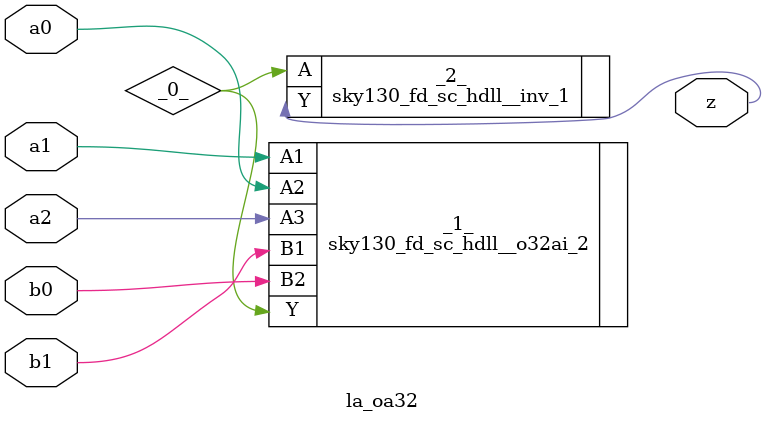
<source format=v>

/* Generated by Yosys 0.44 (git sha1 80ba43d26, g++ 11.4.0-1ubuntu1~22.04 -fPIC -O3) */

(* top =  1  *)
(* src = "generated" *)
(* keep_hierarchy *)
module la_oa32 (
    a0,
    a1,
    a2,
    b0,
    b1,
    z
);
  wire _0_;
  (* src = "generated" *)
  input a0;
  wire a0;
  (* src = "generated" *)
  input a1;
  wire a1;
  (* src = "generated" *)
  input a2;
  wire a2;
  (* src = "generated" *)
  input b0;
  wire b0;
  (* src = "generated" *)
  input b1;
  wire b1;
  (* src = "generated" *)
  output z;
  wire z;
  sky130_fd_sc_hdll__o32ai_2 _1_ (
      .A1(a1),
      .A2(a0),
      .A3(a2),
      .B1(b1),
      .B2(b0),
      .Y (_0_)
  );
  sky130_fd_sc_hdll__inv_1 _2_ (
      .A(_0_),
      .Y(z)
  );
endmodule

</source>
